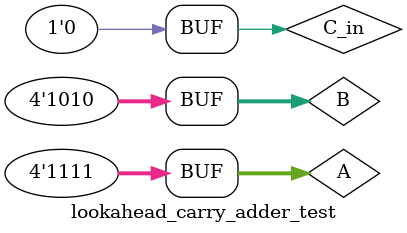
<source format=v>
`timescale 1ns / 1ps

module lookahead_carry_adder_test;
	// Inputs
    reg [3:0] A;
    reg [3:0] B;
    reg C_in;

    // Outputs
    wire [3:0] Sum;
    wire C_out;
    wire PG;
    wire GG;

    // Instantiate the Unit Under Test (UUT)
    lookahead_carry_adder uut (
    .Sum(Sum), 
    .C_out(C_out), 
    .PG(PG), 
    .GG(GG), 
    .A(A), 
    .B(B), 
    .C_in(C_in)
    );
	 
    initial begin
    // Initialize Inputs
    A = 0; B = 0; C_in = 0;
    // Wait 100 ns for global reset to finish
    #100;
        
    // Add stimulus here
    A=4'b0001;B=4'b0000;C_in=1'b0;
    #10 A=4'b100;B=4'b0011;C_in=1'b0;
    #10 A=4'b1101;B=4'b1010;C_in=1'b1;
    #10 A=4'b1110;B=4'b1001;C_in=1'b0;
    #10 A=4'b1111;B=4'b1010;C_in=1'b0;
    end    
endmodule

</source>
